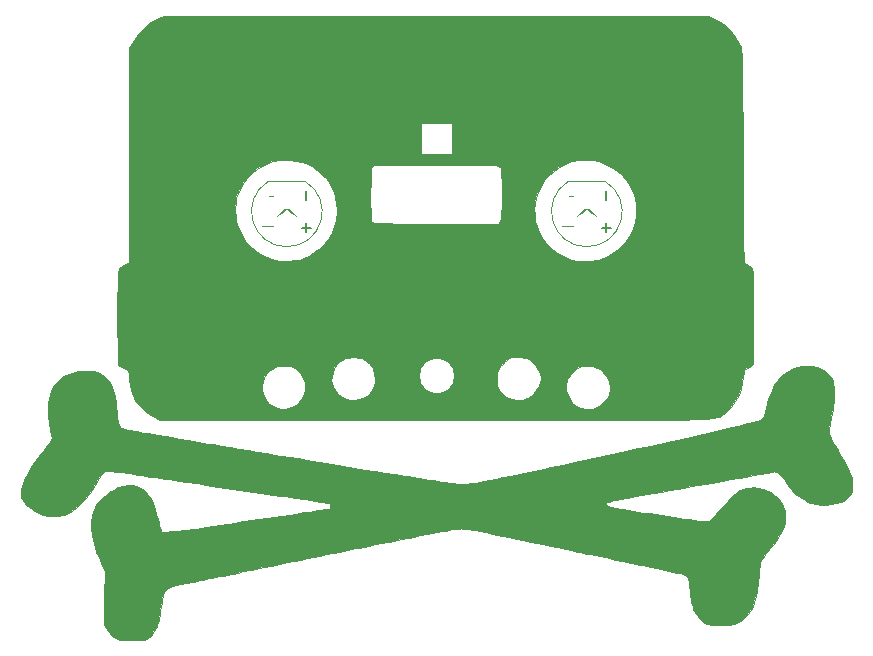
<source format=gbr>
G04 #@! TF.GenerationSoftware,KiCad,Pcbnew,(5.1.5)-3*
G04 #@! TF.CreationDate,2020-04-21T21:54:19-04:00*
G04 #@! TF.ProjectId,Tape and Crossbones 001,54617065-2061-46e6-9420-43726f737362,rev?*
G04 #@! TF.SameCoordinates,Original*
G04 #@! TF.FileFunction,Legend,Top*
G04 #@! TF.FilePolarity,Positive*
%FSLAX46Y46*%
G04 Gerber Fmt 4.6, Leading zero omitted, Abs format (unit mm)*
G04 Created by KiCad (PCBNEW (5.1.5)-3) date 2020-04-21 21:54:19*
%MOMM*%
%LPD*%
G04 APERTURE LIST*
%ADD10C,0.010000*%
%ADD11C,0.150000*%
%ADD12C,0.120000*%
%ADD13O,23.400000X7.400000*%
%ADD14C,2.900000*%
%ADD15R,2.570000X2.570000*%
%ADD16R,2.200000X2.200000*%
%ADD17C,2.200000*%
G04 APERTURE END LIST*
D10*
G36*
X104441638Y-72536552D02*
G01*
X104868659Y-72612761D01*
X105235027Y-72741040D01*
X105545202Y-72923302D01*
X105803647Y-73161461D01*
X105964014Y-73374496D01*
X106074946Y-73571325D01*
X106158254Y-73782559D01*
X106216791Y-74022743D01*
X106253411Y-74306421D01*
X106270968Y-74648139D01*
X106273343Y-74951167D01*
X106270656Y-75195640D01*
X106263928Y-75398803D01*
X106250684Y-75581996D01*
X106228453Y-75766559D01*
X106194762Y-75973830D01*
X106147138Y-76225149D01*
X106096752Y-76475167D01*
X106013086Y-76892031D01*
X105947704Y-77235322D01*
X105899336Y-77513848D01*
X105866712Y-77736414D01*
X105848560Y-77911824D01*
X105843612Y-78048886D01*
X105850595Y-78156405D01*
X105852369Y-78169045D01*
X105880936Y-78293088D01*
X105935435Y-78445251D01*
X106019701Y-78633285D01*
X106137572Y-78864941D01*
X106292883Y-79147970D01*
X106489472Y-79490123D01*
X106596315Y-79672032D01*
X106813738Y-80046871D01*
X107020966Y-80416895D01*
X107212507Y-80771446D01*
X107382869Y-81099867D01*
X107526563Y-81391503D01*
X107638095Y-81635695D01*
X107711975Y-81821788D01*
X107725676Y-81863703D01*
X107761227Y-82036280D01*
X107785085Y-82264676D01*
X107796875Y-82522589D01*
X107796221Y-82783720D01*
X107782750Y-83021769D01*
X107756086Y-83210435D01*
X107745485Y-83253380D01*
X107653138Y-83437356D01*
X107492661Y-83617615D01*
X107208640Y-83831118D01*
X106862717Y-84005798D01*
X106469233Y-84139646D01*
X106042531Y-84230650D01*
X105596952Y-84276802D01*
X105146839Y-84276089D01*
X104706533Y-84226503D01*
X104290378Y-84126034D01*
X104167108Y-84083721D01*
X103781888Y-83902552D01*
X103392732Y-83646469D01*
X103009516Y-83324087D01*
X102642115Y-82944025D01*
X102300403Y-82514899D01*
X102192956Y-82361022D01*
X102010346Y-82096016D01*
X101860926Y-81893716D01*
X101735281Y-81743665D01*
X101623997Y-81635403D01*
X101517660Y-81558471D01*
X101428670Y-81511933D01*
X101317327Y-81468924D01*
X101216043Y-81453908D01*
X101088848Y-81464255D01*
X100993264Y-81480081D01*
X100538660Y-81561866D01*
X100012638Y-81657187D01*
X99426984Y-81763892D01*
X98793480Y-81879828D01*
X98123910Y-82002845D01*
X97451334Y-82126860D01*
X97151581Y-82181860D01*
X96778848Y-82249646D01*
X96343540Y-82328354D01*
X95856068Y-82416119D01*
X95326838Y-82511077D01*
X94766258Y-82611363D01*
X94184737Y-82715113D01*
X93592682Y-82820462D01*
X93000503Y-82925546D01*
X92418605Y-83028501D01*
X92371334Y-83036851D01*
X91650290Y-83164242D01*
X91007635Y-83277924D01*
X90438363Y-83378815D01*
X89937469Y-83467831D01*
X89499948Y-83545887D01*
X89120794Y-83613902D01*
X88795002Y-83672791D01*
X88517567Y-83723471D01*
X88283483Y-83766858D01*
X88087746Y-83803868D01*
X87925348Y-83835420D01*
X87791287Y-83862428D01*
X87680555Y-83885809D01*
X87588148Y-83906480D01*
X87509060Y-83925358D01*
X87481834Y-83932157D01*
X87253496Y-83998715D01*
X87083299Y-84066981D01*
X86980401Y-84132637D01*
X86952667Y-84181774D01*
X86992564Y-84258077D01*
X87104024Y-84338948D01*
X87274701Y-84417658D01*
X87492248Y-84487480D01*
X87532911Y-84497959D01*
X87655778Y-84524304D01*
X87851954Y-84560912D01*
X88113813Y-84606634D01*
X88433728Y-84660323D01*
X88804072Y-84720833D01*
X89217218Y-84787016D01*
X89665540Y-84857725D01*
X90141411Y-84931813D01*
X90637204Y-85008133D01*
X91145292Y-85085538D01*
X91658048Y-85162880D01*
X92167846Y-85239013D01*
X92667059Y-85312788D01*
X93148059Y-85383061D01*
X93603221Y-85448682D01*
X94024918Y-85508505D01*
X94405522Y-85561383D01*
X94737407Y-85606169D01*
X95012946Y-85641715D01*
X95224513Y-85666874D01*
X95364480Y-85680500D01*
X95409558Y-85682667D01*
X95552651Y-85674151D01*
X95676807Y-85642514D01*
X95794267Y-85578621D01*
X95917275Y-85473337D01*
X96058070Y-85317528D01*
X96228896Y-85102059D01*
X96282843Y-85031028D01*
X96596758Y-84634982D01*
X96923975Y-84258611D01*
X97254657Y-83911450D01*
X97578964Y-83603036D01*
X97887057Y-83342905D01*
X98169098Y-83140594D01*
X98330569Y-83046288D01*
X98603724Y-82923955D01*
X98876192Y-82847712D01*
X99178168Y-82810811D01*
X99411334Y-82804735D01*
X99853355Y-82834466D01*
X100261032Y-82925609D01*
X100651058Y-83084038D01*
X101040125Y-83315630D01*
X101209138Y-83437547D01*
X101541046Y-83726736D01*
X101796854Y-84038387D01*
X101980135Y-84380546D01*
X102094461Y-84761261D01*
X102143403Y-85188580D01*
X102139902Y-85534500D01*
X102128584Y-85700860D01*
X102110609Y-85834385D01*
X102079087Y-85958809D01*
X102027126Y-86097864D01*
X101947836Y-86275283D01*
X101887934Y-86402334D01*
X101726803Y-86720544D01*
X101549121Y-87027714D01*
X101343934Y-87340390D01*
X101100291Y-87675117D01*
X100807238Y-88048440D01*
X100758012Y-88109197D01*
X100544513Y-88371720D01*
X100377860Y-88577793D01*
X100251845Y-88736949D01*
X100160262Y-88858722D01*
X100096903Y-88952644D01*
X100055562Y-89028249D01*
X100030030Y-89095070D01*
X100014100Y-89162641D01*
X100001566Y-89240495D01*
X99995572Y-89280178D01*
X99975644Y-89430651D01*
X99952434Y-89638554D01*
X99928774Y-89876874D01*
X99907494Y-90118594D01*
X99906756Y-90127667D01*
X99838944Y-90829436D01*
X99754325Y-91452613D01*
X99650371Y-92002059D01*
X99524553Y-92482633D01*
X99374343Y-92899199D01*
X99197213Y-93256618D01*
X98990633Y-93559749D01*
X98752076Y-93813456D01*
X98479012Y-94022598D01*
X98168914Y-94192038D01*
X97819253Y-94326636D01*
X97704642Y-94361413D01*
X97470198Y-94412121D01*
X97178528Y-94450410D01*
X96856345Y-94474959D01*
X96530359Y-94484449D01*
X96227282Y-94477561D01*
X95973823Y-94452976D01*
X95945415Y-94448324D01*
X95554728Y-94339820D01*
X95205400Y-94157589D01*
X94898048Y-93902127D01*
X94633289Y-93573926D01*
X94448525Y-93251118D01*
X94368707Y-93076661D01*
X94302283Y-92901113D01*
X94246325Y-92710947D01*
X94197902Y-92492633D01*
X94154086Y-92232645D01*
X94111946Y-91917453D01*
X94068554Y-91533529D01*
X94060916Y-91461167D01*
X94032008Y-91199581D01*
X94002551Y-90958560D01*
X93974721Y-90754114D01*
X93950696Y-90602255D01*
X93932950Y-90519912D01*
X93894893Y-90432628D01*
X93835149Y-90354544D01*
X93746425Y-90282955D01*
X93621427Y-90215151D01*
X93452862Y-90148425D01*
X93233437Y-90080070D01*
X92955857Y-90007378D01*
X92612829Y-89927641D01*
X92197061Y-89838151D01*
X91969167Y-89790866D01*
X91613463Y-89717341D01*
X91217663Y-89634905D01*
X90811449Y-89549780D01*
X90424501Y-89468189D01*
X90086501Y-89396354D01*
X90043000Y-89387050D01*
X89798374Y-89335101D01*
X89485612Y-89269353D01*
X89119544Y-89192886D01*
X88715001Y-89108784D01*
X88286815Y-89020126D01*
X87849815Y-88929993D01*
X87418833Y-88841468D01*
X87291334Y-88815358D01*
X86875164Y-88730056D01*
X86456963Y-88644075D01*
X86050015Y-88560163D01*
X85667605Y-88481071D01*
X85323018Y-88409548D01*
X85029537Y-88348342D01*
X84800447Y-88300205D01*
X84730167Y-88285299D01*
X84551248Y-88247328D01*
X84300003Y-88194191D01*
X83986966Y-88128108D01*
X83622675Y-88051300D01*
X83217664Y-87965986D01*
X82782469Y-87874385D01*
X82327626Y-87778718D01*
X81863672Y-87681204D01*
X81618667Y-87629738D01*
X81098814Y-87520450D01*
X80537826Y-87402316D01*
X79953421Y-87279080D01*
X79363317Y-87154484D01*
X78785230Y-87032272D01*
X78236879Y-86916188D01*
X77735980Y-86809974D01*
X77300667Y-86717463D01*
X76779219Y-86607257D01*
X76331490Y-86514863D01*
X75948653Y-86439260D01*
X75621880Y-86379427D01*
X75342344Y-86334342D01*
X75101219Y-86302983D01*
X74889678Y-86284331D01*
X74698892Y-86277362D01*
X74520037Y-86281056D01*
X74344284Y-86294392D01*
X74162806Y-86316348D01*
X74018578Y-86337710D01*
X73885510Y-86360313D01*
X73676796Y-86398193D01*
X73399791Y-86449903D01*
X73061849Y-86513996D01*
X72670322Y-86589027D01*
X72232566Y-86673549D01*
X71755933Y-86766116D01*
X71247778Y-86865282D01*
X70715454Y-86969601D01*
X70166314Y-87077625D01*
X69607714Y-87187909D01*
X69047005Y-87299007D01*
X68491543Y-87409473D01*
X67948681Y-87517859D01*
X67425772Y-87622720D01*
X66930171Y-87722609D01*
X66469230Y-87816081D01*
X66050305Y-87901689D01*
X65722500Y-87969317D01*
X65035076Y-88111876D01*
X64403174Y-88242791D01*
X63815117Y-88364458D01*
X63259230Y-88479275D01*
X62723837Y-88589637D01*
X62197261Y-88697941D01*
X61667828Y-88806582D01*
X61123860Y-88917958D01*
X60553682Y-89034465D01*
X59945617Y-89158498D01*
X59287991Y-89292455D01*
X58569126Y-89438732D01*
X57890834Y-89576655D01*
X57338551Y-89689008D01*
X56796045Y-89799529D01*
X56271059Y-89906630D01*
X55771335Y-90008726D01*
X55304617Y-90104230D01*
X54878647Y-90191555D01*
X54501170Y-90269115D01*
X54179926Y-90335324D01*
X53922661Y-90388594D01*
X53737115Y-90427340D01*
X53678667Y-90439702D01*
X53392485Y-90500196D01*
X53084276Y-90564582D01*
X52785291Y-90626380D01*
X52526781Y-90679106D01*
X52451000Y-90694347D01*
X51891735Y-90808409D01*
X51391924Y-90914790D01*
X50955509Y-91012543D01*
X50586434Y-91100723D01*
X50288644Y-91178383D01*
X50066081Y-91244576D01*
X49922689Y-91298356D01*
X49911000Y-91303926D01*
X49791926Y-91369198D01*
X49694239Y-91442309D01*
X49613957Y-91533296D01*
X49547100Y-91652196D01*
X49489687Y-91809045D01*
X49437736Y-92013881D01*
X49387266Y-92276740D01*
X49334296Y-92607658D01*
X49299184Y-92846333D01*
X49240993Y-93240837D01*
X49189703Y-93563922D01*
X49142299Y-93828255D01*
X49095766Y-94046502D01*
X49047089Y-94231328D01*
X48993252Y-94395398D01*
X48931239Y-94551380D01*
X48858036Y-94711938D01*
X48852060Y-94724414D01*
X48646049Y-95081220D01*
X48405339Y-95368923D01*
X48134702Y-95582009D01*
X48084247Y-95611423D01*
X47857834Y-95736834D01*
X46926500Y-95746007D01*
X46555750Y-95747397D01*
X46262593Y-95743270D01*
X46040119Y-95733346D01*
X45881416Y-95717350D01*
X45797994Y-95700627D01*
X45463700Y-95565099D01*
X45155391Y-95353936D01*
X44881255Y-95074276D01*
X44649484Y-94733261D01*
X44614397Y-94668773D01*
X44463719Y-94382167D01*
X44497264Y-92138500D01*
X44530810Y-89894834D01*
X44241153Y-89238667D01*
X44129169Y-88980787D01*
X44015473Y-88711667D01*
X43910704Y-88456975D01*
X43825506Y-88242380D01*
X43796811Y-88166873D01*
X43576291Y-87493742D01*
X43430265Y-86859718D01*
X43358719Y-86264988D01*
X43361635Y-85709740D01*
X43438996Y-85194162D01*
X43590787Y-84718441D01*
X43816991Y-84282765D01*
X44117590Y-83887322D01*
X44180813Y-83819156D01*
X44525302Y-83496809D01*
X44896737Y-83218124D01*
X45285398Y-82986408D01*
X45681565Y-82804965D01*
X46075518Y-82677100D01*
X46457536Y-82606118D01*
X46817898Y-82595324D01*
X47146884Y-82648022D01*
X47372695Y-82733941D01*
X47725530Y-82950390D01*
X48040965Y-83230913D01*
X48214751Y-83430467D01*
X48339361Y-83595453D01*
X48447835Y-83762734D01*
X48544776Y-83943936D01*
X48634789Y-84150686D01*
X48722478Y-84394610D01*
X48812445Y-84687334D01*
X48909294Y-85040484D01*
X49012523Y-85445158D01*
X49085385Y-85737304D01*
X49151352Y-86000968D01*
X49207733Y-86225459D01*
X49251835Y-86400090D01*
X49280969Y-86514172D01*
X49292443Y-86557015D01*
X49292477Y-86557076D01*
X49334078Y-86557297D01*
X49446603Y-86553843D01*
X49616416Y-86547240D01*
X49829878Y-86538013D01*
X50038000Y-86528377D01*
X50188217Y-86520515D01*
X50339736Y-86510858D01*
X50498016Y-86498676D01*
X50668511Y-86483240D01*
X50856678Y-86463820D01*
X51067974Y-86439685D01*
X51307854Y-86410106D01*
X51581776Y-86374352D01*
X51895194Y-86331694D01*
X52253567Y-86281403D01*
X52662349Y-86222747D01*
X53126997Y-86154997D01*
X53652967Y-86077424D01*
X54245716Y-85989297D01*
X54910699Y-85889886D01*
X55653374Y-85778461D01*
X55731834Y-85766674D01*
X56302402Y-85680980D01*
X56921827Y-85588011D01*
X57572508Y-85490405D01*
X58236844Y-85390800D01*
X58897236Y-85291835D01*
X59536083Y-85196146D01*
X60135785Y-85106372D01*
X60678741Y-85025150D01*
X60938834Y-84986271D01*
X61384775Y-84919575D01*
X61808749Y-84856060D01*
X62202799Y-84796925D01*
X62558970Y-84743367D01*
X62869306Y-84696587D01*
X63125850Y-84657783D01*
X63320647Y-84628153D01*
X63445742Y-84608898D01*
X63489417Y-84601919D01*
X63574809Y-84580983D01*
X63614742Y-84539936D01*
X63626401Y-84452443D01*
X63627000Y-84391071D01*
X63616345Y-84259049D01*
X63578270Y-84184413D01*
X63542914Y-84158977D01*
X63457760Y-84130754D01*
X63293341Y-84093616D01*
X63054501Y-84048370D01*
X62746083Y-83995819D01*
X62372929Y-83936770D01*
X61939882Y-83872026D01*
X61451785Y-83802392D01*
X61129334Y-83757892D01*
X60904339Y-83726604D01*
X60603899Y-83683885D01*
X60236283Y-83630961D01*
X59809760Y-83569057D01*
X59332600Y-83499400D01*
X58813074Y-83423215D01*
X58259449Y-83341728D01*
X57679997Y-83256165D01*
X57082986Y-83167751D01*
X56476687Y-83077713D01*
X55869368Y-82987276D01*
X55269300Y-82897667D01*
X54684752Y-82810110D01*
X54123993Y-82725831D01*
X53595294Y-82646058D01*
X53106924Y-82572014D01*
X52667152Y-82504927D01*
X52408667Y-82465228D01*
X52107522Y-82419426D01*
X51740972Y-82364650D01*
X51327468Y-82303601D01*
X50885462Y-82238978D01*
X50433406Y-82173482D01*
X49989753Y-82109813D01*
X49657000Y-82062535D01*
X49243343Y-82003606D01*
X48815615Y-81941844D01*
X48390475Y-81879711D01*
X47984579Y-81819669D01*
X47614585Y-81764181D01*
X47297149Y-81715707D01*
X47074667Y-81680834D01*
X46475734Y-81588604D01*
X45951027Y-81514999D01*
X45502420Y-81460239D01*
X45131789Y-81424546D01*
X44841012Y-81408144D01*
X44760249Y-81407000D01*
X44654016Y-81406674D01*
X44568988Y-81411152D01*
X44497226Y-81428616D01*
X44430794Y-81467247D01*
X44361755Y-81535228D01*
X44282172Y-81640741D01*
X44184107Y-81791969D01*
X44059623Y-81997093D01*
X43900783Y-82264296D01*
X43856809Y-82338334D01*
X43641941Y-82695492D01*
X43456530Y-82992196D01*
X43290180Y-83242688D01*
X43132496Y-83461215D01*
X42973082Y-83662020D01*
X42801541Y-83859348D01*
X42607477Y-84067445D01*
X42555228Y-84121782D01*
X42197498Y-84467881D01*
X41862618Y-84740405D01*
X41543037Y-84944795D01*
X41231205Y-85086498D01*
X41204129Y-85096063D01*
X41088222Y-85133429D01*
X40979422Y-85160139D01*
X40860173Y-85177910D01*
X40712921Y-85188458D01*
X40520112Y-85193499D01*
X40264192Y-85194749D01*
X40195500Y-85194682D01*
X39925594Y-85193353D01*
X39721933Y-85189006D01*
X39566101Y-85179622D01*
X39439683Y-85163183D01*
X39324262Y-85137669D01*
X39201423Y-85101059D01*
X39131641Y-85078022D01*
X38739590Y-84908433D01*
X38355997Y-84670522D01*
X38003970Y-84379357D01*
X37898434Y-84273910D01*
X37698972Y-84040875D01*
X37553437Y-83811035D01*
X37461915Y-83575301D01*
X37424492Y-83324586D01*
X37441254Y-83049801D01*
X37512285Y-82741859D01*
X37637673Y-82391670D01*
X37817502Y-81990148D01*
X37921957Y-81778934D01*
X38103487Y-81433062D01*
X38286256Y-81113205D01*
X38482299Y-80800797D01*
X38703655Y-80477276D01*
X38962360Y-80124078D01*
X39178752Y-79840667D01*
X39348398Y-79618870D01*
X39515823Y-79395539D01*
X39667520Y-79189006D01*
X39789980Y-79017605D01*
X39851951Y-78927018D01*
X40050311Y-78627203D01*
X39923169Y-77923283D01*
X39818927Y-77283730D01*
X39751197Y-76713605D01*
X39720787Y-76205566D01*
X39728505Y-75752271D01*
X39775161Y-75346378D01*
X39861561Y-74980545D01*
X39988515Y-74647430D01*
X40156832Y-74339691D01*
X40346853Y-74075230D01*
X40694309Y-73704255D01*
X41084823Y-73405259D01*
X41522655Y-73175486D01*
X41975956Y-73021529D01*
X42225160Y-72969900D01*
X42515625Y-72932155D01*
X42821391Y-72909685D01*
X43116494Y-72903884D01*
X43374974Y-72916145D01*
X43529783Y-72938157D01*
X43885493Y-73050353D01*
X44232613Y-73230639D01*
X44552843Y-73465367D01*
X44827885Y-73740887D01*
X45039441Y-74043550D01*
X45058202Y-74078203D01*
X45164971Y-74304985D01*
X45256992Y-74554978D01*
X45336390Y-74838337D01*
X45405291Y-75165215D01*
X45465820Y-75545768D01*
X45520103Y-75990150D01*
X45570263Y-76508516D01*
X45572698Y-76536523D01*
X45604743Y-76889796D01*
X45636412Y-77168713D01*
X45673239Y-77383381D01*
X45720755Y-77543904D01*
X45784494Y-77660387D01*
X45869988Y-77742936D01*
X45982768Y-77801656D01*
X46128368Y-77846652D01*
X46312321Y-77888030D01*
X46312667Y-77888102D01*
X46433182Y-77912689D01*
X46577645Y-77940885D01*
X46749908Y-77973350D01*
X46953818Y-78010747D01*
X47193226Y-78053734D01*
X47471981Y-78102975D01*
X47793931Y-78159129D01*
X48162928Y-78222857D01*
X48582819Y-78294821D01*
X49057456Y-78375681D01*
X49590686Y-78466099D01*
X50186359Y-78566735D01*
X50848325Y-78678250D01*
X51580434Y-78801305D01*
X52386534Y-78936561D01*
X53270475Y-79084680D01*
X53721000Y-79160113D01*
X54424899Y-79277954D01*
X55157738Y-79400657D01*
X55908869Y-79526440D01*
X56667641Y-79653517D01*
X57423406Y-79780106D01*
X58165514Y-79904422D01*
X58883315Y-80024680D01*
X59566160Y-80139098D01*
X60203400Y-80245891D01*
X60784385Y-80343274D01*
X61298465Y-80429465D01*
X61552667Y-80472095D01*
X62681646Y-80660940D01*
X63737596Y-80836474D01*
X64730819Y-81000364D01*
X65671617Y-81154278D01*
X66570293Y-81299882D01*
X67437148Y-81438842D01*
X68282486Y-81572826D01*
X69116608Y-81703500D01*
X69949816Y-81832531D01*
X70188667Y-81869254D01*
X70627489Y-81936822D01*
X71078154Y-82006586D01*
X71525796Y-82076220D01*
X71955548Y-82143396D01*
X72352542Y-82205789D01*
X72701912Y-82261073D01*
X72988791Y-82306920D01*
X73088500Y-82323035D01*
X73423144Y-82376280D01*
X73695068Y-82416184D01*
X73924844Y-82444624D01*
X74133041Y-82463472D01*
X74340229Y-82474605D01*
X74566977Y-82479896D01*
X74824167Y-82481220D01*
X75212247Y-82476642D01*
X75532465Y-82462119D01*
X75801154Y-82436621D01*
X75988334Y-82407932D01*
X76281427Y-82352731D01*
X76655121Y-82279422D01*
X77107404Y-82188432D01*
X77636262Y-82080189D01*
X78239684Y-81955122D01*
X78915658Y-81813658D01*
X79662171Y-81656226D01*
X80477211Y-81483254D01*
X81358767Y-81295170D01*
X82304825Y-81092401D01*
X83313373Y-80875376D01*
X84382401Y-80644523D01*
X85509894Y-80400270D01*
X86693841Y-80143045D01*
X87932231Y-79873277D01*
X89035836Y-79632316D01*
X89681001Y-79490841D01*
X90368774Y-79339159D01*
X91090095Y-79179315D01*
X91835902Y-79013354D01*
X92597135Y-78843321D01*
X93364731Y-78671259D01*
X94129630Y-78499213D01*
X94882771Y-78329228D01*
X95615093Y-78163349D01*
X96317535Y-78003619D01*
X96981035Y-77852083D01*
X97596532Y-77710787D01*
X98154965Y-77581773D01*
X98647274Y-77467088D01*
X98999563Y-77384154D01*
X99430130Y-77273481D01*
X99776222Y-77165443D01*
X100037988Y-77059981D01*
X100215575Y-76957035D01*
X100301371Y-76870024D01*
X100333449Y-76791930D01*
X100375888Y-76650152D01*
X100423373Y-76464206D01*
X100470583Y-76253610D01*
X100474644Y-76234081D01*
X100612881Y-75664694D01*
X100785525Y-75119310D01*
X100986408Y-74613858D01*
X101209364Y-74164267D01*
X101390177Y-73869152D01*
X101491504Y-73737379D01*
X101633854Y-73574813D01*
X101794649Y-73406541D01*
X101889838Y-73313980D01*
X102276536Y-73000088D01*
X102687255Y-72765645D01*
X103128194Y-72608233D01*
X103605551Y-72525434D01*
X103949500Y-72510499D01*
X104441638Y-72536552D01*
G37*
X104441638Y-72536552D02*
X104868659Y-72612761D01*
X105235027Y-72741040D01*
X105545202Y-72923302D01*
X105803647Y-73161461D01*
X105964014Y-73374496D01*
X106074946Y-73571325D01*
X106158254Y-73782559D01*
X106216791Y-74022743D01*
X106253411Y-74306421D01*
X106270968Y-74648139D01*
X106273343Y-74951167D01*
X106270656Y-75195640D01*
X106263928Y-75398803D01*
X106250684Y-75581996D01*
X106228453Y-75766559D01*
X106194762Y-75973830D01*
X106147138Y-76225149D01*
X106096752Y-76475167D01*
X106013086Y-76892031D01*
X105947704Y-77235322D01*
X105899336Y-77513848D01*
X105866712Y-77736414D01*
X105848560Y-77911824D01*
X105843612Y-78048886D01*
X105850595Y-78156405D01*
X105852369Y-78169045D01*
X105880936Y-78293088D01*
X105935435Y-78445251D01*
X106019701Y-78633285D01*
X106137572Y-78864941D01*
X106292883Y-79147970D01*
X106489472Y-79490123D01*
X106596315Y-79672032D01*
X106813738Y-80046871D01*
X107020966Y-80416895D01*
X107212507Y-80771446D01*
X107382869Y-81099867D01*
X107526563Y-81391503D01*
X107638095Y-81635695D01*
X107711975Y-81821788D01*
X107725676Y-81863703D01*
X107761227Y-82036280D01*
X107785085Y-82264676D01*
X107796875Y-82522589D01*
X107796221Y-82783720D01*
X107782750Y-83021769D01*
X107756086Y-83210435D01*
X107745485Y-83253380D01*
X107653138Y-83437356D01*
X107492661Y-83617615D01*
X107208640Y-83831118D01*
X106862717Y-84005798D01*
X106469233Y-84139646D01*
X106042531Y-84230650D01*
X105596952Y-84276802D01*
X105146839Y-84276089D01*
X104706533Y-84226503D01*
X104290378Y-84126034D01*
X104167108Y-84083721D01*
X103781888Y-83902552D01*
X103392732Y-83646469D01*
X103009516Y-83324087D01*
X102642115Y-82944025D01*
X102300403Y-82514899D01*
X102192956Y-82361022D01*
X102010346Y-82096016D01*
X101860926Y-81893716D01*
X101735281Y-81743665D01*
X101623997Y-81635403D01*
X101517660Y-81558471D01*
X101428670Y-81511933D01*
X101317327Y-81468924D01*
X101216043Y-81453908D01*
X101088848Y-81464255D01*
X100993264Y-81480081D01*
X100538660Y-81561866D01*
X100012638Y-81657187D01*
X99426984Y-81763892D01*
X98793480Y-81879828D01*
X98123910Y-82002845D01*
X97451334Y-82126860D01*
X97151581Y-82181860D01*
X96778848Y-82249646D01*
X96343540Y-82328354D01*
X95856068Y-82416119D01*
X95326838Y-82511077D01*
X94766258Y-82611363D01*
X94184737Y-82715113D01*
X93592682Y-82820462D01*
X93000503Y-82925546D01*
X92418605Y-83028501D01*
X92371334Y-83036851D01*
X91650290Y-83164242D01*
X91007635Y-83277924D01*
X90438363Y-83378815D01*
X89937469Y-83467831D01*
X89499948Y-83545887D01*
X89120794Y-83613902D01*
X88795002Y-83672791D01*
X88517567Y-83723471D01*
X88283483Y-83766858D01*
X88087746Y-83803868D01*
X87925348Y-83835420D01*
X87791287Y-83862428D01*
X87680555Y-83885809D01*
X87588148Y-83906480D01*
X87509060Y-83925358D01*
X87481834Y-83932157D01*
X87253496Y-83998715D01*
X87083299Y-84066981D01*
X86980401Y-84132637D01*
X86952667Y-84181774D01*
X86992564Y-84258077D01*
X87104024Y-84338948D01*
X87274701Y-84417658D01*
X87492248Y-84487480D01*
X87532911Y-84497959D01*
X87655778Y-84524304D01*
X87851954Y-84560912D01*
X88113813Y-84606634D01*
X88433728Y-84660323D01*
X88804072Y-84720833D01*
X89217218Y-84787016D01*
X89665540Y-84857725D01*
X90141411Y-84931813D01*
X90637204Y-85008133D01*
X91145292Y-85085538D01*
X91658048Y-85162880D01*
X92167846Y-85239013D01*
X92667059Y-85312788D01*
X93148059Y-85383061D01*
X93603221Y-85448682D01*
X94024918Y-85508505D01*
X94405522Y-85561383D01*
X94737407Y-85606169D01*
X95012946Y-85641715D01*
X95224513Y-85666874D01*
X95364480Y-85680500D01*
X95409558Y-85682667D01*
X95552651Y-85674151D01*
X95676807Y-85642514D01*
X95794267Y-85578621D01*
X95917275Y-85473337D01*
X96058070Y-85317528D01*
X96228896Y-85102059D01*
X96282843Y-85031028D01*
X96596758Y-84634982D01*
X96923975Y-84258611D01*
X97254657Y-83911450D01*
X97578964Y-83603036D01*
X97887057Y-83342905D01*
X98169098Y-83140594D01*
X98330569Y-83046288D01*
X98603724Y-82923955D01*
X98876192Y-82847712D01*
X99178168Y-82810811D01*
X99411334Y-82804735D01*
X99853355Y-82834466D01*
X100261032Y-82925609D01*
X100651058Y-83084038D01*
X101040125Y-83315630D01*
X101209138Y-83437547D01*
X101541046Y-83726736D01*
X101796854Y-84038387D01*
X101980135Y-84380546D01*
X102094461Y-84761261D01*
X102143403Y-85188580D01*
X102139902Y-85534500D01*
X102128584Y-85700860D01*
X102110609Y-85834385D01*
X102079087Y-85958809D01*
X102027126Y-86097864D01*
X101947836Y-86275283D01*
X101887934Y-86402334D01*
X101726803Y-86720544D01*
X101549121Y-87027714D01*
X101343934Y-87340390D01*
X101100291Y-87675117D01*
X100807238Y-88048440D01*
X100758012Y-88109197D01*
X100544513Y-88371720D01*
X100377860Y-88577793D01*
X100251845Y-88736949D01*
X100160262Y-88858722D01*
X100096903Y-88952644D01*
X100055562Y-89028249D01*
X100030030Y-89095070D01*
X100014100Y-89162641D01*
X100001566Y-89240495D01*
X99995572Y-89280178D01*
X99975644Y-89430651D01*
X99952434Y-89638554D01*
X99928774Y-89876874D01*
X99907494Y-90118594D01*
X99906756Y-90127667D01*
X99838944Y-90829436D01*
X99754325Y-91452613D01*
X99650371Y-92002059D01*
X99524553Y-92482633D01*
X99374343Y-92899199D01*
X99197213Y-93256618D01*
X98990633Y-93559749D01*
X98752076Y-93813456D01*
X98479012Y-94022598D01*
X98168914Y-94192038D01*
X97819253Y-94326636D01*
X97704642Y-94361413D01*
X97470198Y-94412121D01*
X97178528Y-94450410D01*
X96856345Y-94474959D01*
X96530359Y-94484449D01*
X96227282Y-94477561D01*
X95973823Y-94452976D01*
X95945415Y-94448324D01*
X95554728Y-94339820D01*
X95205400Y-94157589D01*
X94898048Y-93902127D01*
X94633289Y-93573926D01*
X94448525Y-93251118D01*
X94368707Y-93076661D01*
X94302283Y-92901113D01*
X94246325Y-92710947D01*
X94197902Y-92492633D01*
X94154086Y-92232645D01*
X94111946Y-91917453D01*
X94068554Y-91533529D01*
X94060916Y-91461167D01*
X94032008Y-91199581D01*
X94002551Y-90958560D01*
X93974721Y-90754114D01*
X93950696Y-90602255D01*
X93932950Y-90519912D01*
X93894893Y-90432628D01*
X93835149Y-90354544D01*
X93746425Y-90282955D01*
X93621427Y-90215151D01*
X93452862Y-90148425D01*
X93233437Y-90080070D01*
X92955857Y-90007378D01*
X92612829Y-89927641D01*
X92197061Y-89838151D01*
X91969167Y-89790866D01*
X91613463Y-89717341D01*
X91217663Y-89634905D01*
X90811449Y-89549780D01*
X90424501Y-89468189D01*
X90086501Y-89396354D01*
X90043000Y-89387050D01*
X89798374Y-89335101D01*
X89485612Y-89269353D01*
X89119544Y-89192886D01*
X88715001Y-89108784D01*
X88286815Y-89020126D01*
X87849815Y-88929993D01*
X87418833Y-88841468D01*
X87291334Y-88815358D01*
X86875164Y-88730056D01*
X86456963Y-88644075D01*
X86050015Y-88560163D01*
X85667605Y-88481071D01*
X85323018Y-88409548D01*
X85029537Y-88348342D01*
X84800447Y-88300205D01*
X84730167Y-88285299D01*
X84551248Y-88247328D01*
X84300003Y-88194191D01*
X83986966Y-88128108D01*
X83622675Y-88051300D01*
X83217664Y-87965986D01*
X82782469Y-87874385D01*
X82327626Y-87778718D01*
X81863672Y-87681204D01*
X81618667Y-87629738D01*
X81098814Y-87520450D01*
X80537826Y-87402316D01*
X79953421Y-87279080D01*
X79363317Y-87154484D01*
X78785230Y-87032272D01*
X78236879Y-86916188D01*
X77735980Y-86809974D01*
X77300667Y-86717463D01*
X76779219Y-86607257D01*
X76331490Y-86514863D01*
X75948653Y-86439260D01*
X75621880Y-86379427D01*
X75342344Y-86334342D01*
X75101219Y-86302983D01*
X74889678Y-86284331D01*
X74698892Y-86277362D01*
X74520037Y-86281056D01*
X74344284Y-86294392D01*
X74162806Y-86316348D01*
X74018578Y-86337710D01*
X73885510Y-86360313D01*
X73676796Y-86398193D01*
X73399791Y-86449903D01*
X73061849Y-86513996D01*
X72670322Y-86589027D01*
X72232566Y-86673549D01*
X71755933Y-86766116D01*
X71247778Y-86865282D01*
X70715454Y-86969601D01*
X70166314Y-87077625D01*
X69607714Y-87187909D01*
X69047005Y-87299007D01*
X68491543Y-87409473D01*
X67948681Y-87517859D01*
X67425772Y-87622720D01*
X66930171Y-87722609D01*
X66469230Y-87816081D01*
X66050305Y-87901689D01*
X65722500Y-87969317D01*
X65035076Y-88111876D01*
X64403174Y-88242791D01*
X63815117Y-88364458D01*
X63259230Y-88479275D01*
X62723837Y-88589637D01*
X62197261Y-88697941D01*
X61667828Y-88806582D01*
X61123860Y-88917958D01*
X60553682Y-89034465D01*
X59945617Y-89158498D01*
X59287991Y-89292455D01*
X58569126Y-89438732D01*
X57890834Y-89576655D01*
X57338551Y-89689008D01*
X56796045Y-89799529D01*
X56271059Y-89906630D01*
X55771335Y-90008726D01*
X55304617Y-90104230D01*
X54878647Y-90191555D01*
X54501170Y-90269115D01*
X54179926Y-90335324D01*
X53922661Y-90388594D01*
X53737115Y-90427340D01*
X53678667Y-90439702D01*
X53392485Y-90500196D01*
X53084276Y-90564582D01*
X52785291Y-90626380D01*
X52526781Y-90679106D01*
X52451000Y-90694347D01*
X51891735Y-90808409D01*
X51391924Y-90914790D01*
X50955509Y-91012543D01*
X50586434Y-91100723D01*
X50288644Y-91178383D01*
X50066081Y-91244576D01*
X49922689Y-91298356D01*
X49911000Y-91303926D01*
X49791926Y-91369198D01*
X49694239Y-91442309D01*
X49613957Y-91533296D01*
X49547100Y-91652196D01*
X49489687Y-91809045D01*
X49437736Y-92013881D01*
X49387266Y-92276740D01*
X49334296Y-92607658D01*
X49299184Y-92846333D01*
X49240993Y-93240837D01*
X49189703Y-93563922D01*
X49142299Y-93828255D01*
X49095766Y-94046502D01*
X49047089Y-94231328D01*
X48993252Y-94395398D01*
X48931239Y-94551380D01*
X48858036Y-94711938D01*
X48852060Y-94724414D01*
X48646049Y-95081220D01*
X48405339Y-95368923D01*
X48134702Y-95582009D01*
X48084247Y-95611423D01*
X47857834Y-95736834D01*
X46926500Y-95746007D01*
X46555750Y-95747397D01*
X46262593Y-95743270D01*
X46040119Y-95733346D01*
X45881416Y-95717350D01*
X45797994Y-95700627D01*
X45463700Y-95565099D01*
X45155391Y-95353936D01*
X44881255Y-95074276D01*
X44649484Y-94733261D01*
X44614397Y-94668773D01*
X44463719Y-94382167D01*
X44497264Y-92138500D01*
X44530810Y-89894834D01*
X44241153Y-89238667D01*
X44129169Y-88980787D01*
X44015473Y-88711667D01*
X43910704Y-88456975D01*
X43825506Y-88242380D01*
X43796811Y-88166873D01*
X43576291Y-87493742D01*
X43430265Y-86859718D01*
X43358719Y-86264988D01*
X43361635Y-85709740D01*
X43438996Y-85194162D01*
X43590787Y-84718441D01*
X43816991Y-84282765D01*
X44117590Y-83887322D01*
X44180813Y-83819156D01*
X44525302Y-83496809D01*
X44896737Y-83218124D01*
X45285398Y-82986408D01*
X45681565Y-82804965D01*
X46075518Y-82677100D01*
X46457536Y-82606118D01*
X46817898Y-82595324D01*
X47146884Y-82648022D01*
X47372695Y-82733941D01*
X47725530Y-82950390D01*
X48040965Y-83230913D01*
X48214751Y-83430467D01*
X48339361Y-83595453D01*
X48447835Y-83762734D01*
X48544776Y-83943936D01*
X48634789Y-84150686D01*
X48722478Y-84394610D01*
X48812445Y-84687334D01*
X48909294Y-85040484D01*
X49012523Y-85445158D01*
X49085385Y-85737304D01*
X49151352Y-86000968D01*
X49207733Y-86225459D01*
X49251835Y-86400090D01*
X49280969Y-86514172D01*
X49292443Y-86557015D01*
X49292477Y-86557076D01*
X49334078Y-86557297D01*
X49446603Y-86553843D01*
X49616416Y-86547240D01*
X49829878Y-86538013D01*
X50038000Y-86528377D01*
X50188217Y-86520515D01*
X50339736Y-86510858D01*
X50498016Y-86498676D01*
X50668511Y-86483240D01*
X50856678Y-86463820D01*
X51067974Y-86439685D01*
X51307854Y-86410106D01*
X51581776Y-86374352D01*
X51895194Y-86331694D01*
X52253567Y-86281403D01*
X52662349Y-86222747D01*
X53126997Y-86154997D01*
X53652967Y-86077424D01*
X54245716Y-85989297D01*
X54910699Y-85889886D01*
X55653374Y-85778461D01*
X55731834Y-85766674D01*
X56302402Y-85680980D01*
X56921827Y-85588011D01*
X57572508Y-85490405D01*
X58236844Y-85390800D01*
X58897236Y-85291835D01*
X59536083Y-85196146D01*
X60135785Y-85106372D01*
X60678741Y-85025150D01*
X60938834Y-84986271D01*
X61384775Y-84919575D01*
X61808749Y-84856060D01*
X62202799Y-84796925D01*
X62558970Y-84743367D01*
X62869306Y-84696587D01*
X63125850Y-84657783D01*
X63320647Y-84628153D01*
X63445742Y-84608898D01*
X63489417Y-84601919D01*
X63574809Y-84580983D01*
X63614742Y-84539936D01*
X63626401Y-84452443D01*
X63627000Y-84391071D01*
X63616345Y-84259049D01*
X63578270Y-84184413D01*
X63542914Y-84158977D01*
X63457760Y-84130754D01*
X63293341Y-84093616D01*
X63054501Y-84048370D01*
X62746083Y-83995819D01*
X62372929Y-83936770D01*
X61939882Y-83872026D01*
X61451785Y-83802392D01*
X61129334Y-83757892D01*
X60904339Y-83726604D01*
X60603899Y-83683885D01*
X60236283Y-83630961D01*
X59809760Y-83569057D01*
X59332600Y-83499400D01*
X58813074Y-83423215D01*
X58259449Y-83341728D01*
X57679997Y-83256165D01*
X57082986Y-83167751D01*
X56476687Y-83077713D01*
X55869368Y-82987276D01*
X55269300Y-82897667D01*
X54684752Y-82810110D01*
X54123993Y-82725831D01*
X53595294Y-82646058D01*
X53106924Y-82572014D01*
X52667152Y-82504927D01*
X52408667Y-82465228D01*
X52107522Y-82419426D01*
X51740972Y-82364650D01*
X51327468Y-82303601D01*
X50885462Y-82238978D01*
X50433406Y-82173482D01*
X49989753Y-82109813D01*
X49657000Y-82062535D01*
X49243343Y-82003606D01*
X48815615Y-81941844D01*
X48390475Y-81879711D01*
X47984579Y-81819669D01*
X47614585Y-81764181D01*
X47297149Y-81715707D01*
X47074667Y-81680834D01*
X46475734Y-81588604D01*
X45951027Y-81514999D01*
X45502420Y-81460239D01*
X45131789Y-81424546D01*
X44841012Y-81408144D01*
X44760249Y-81407000D01*
X44654016Y-81406674D01*
X44568988Y-81411152D01*
X44497226Y-81428616D01*
X44430794Y-81467247D01*
X44361755Y-81535228D01*
X44282172Y-81640741D01*
X44184107Y-81791969D01*
X44059623Y-81997093D01*
X43900783Y-82264296D01*
X43856809Y-82338334D01*
X43641941Y-82695492D01*
X43456530Y-82992196D01*
X43290180Y-83242688D01*
X43132496Y-83461215D01*
X42973082Y-83662020D01*
X42801541Y-83859348D01*
X42607477Y-84067445D01*
X42555228Y-84121782D01*
X42197498Y-84467881D01*
X41862618Y-84740405D01*
X41543037Y-84944795D01*
X41231205Y-85086498D01*
X41204129Y-85096063D01*
X41088222Y-85133429D01*
X40979422Y-85160139D01*
X40860173Y-85177910D01*
X40712921Y-85188458D01*
X40520112Y-85193499D01*
X40264192Y-85194749D01*
X40195500Y-85194682D01*
X39925594Y-85193353D01*
X39721933Y-85189006D01*
X39566101Y-85179622D01*
X39439683Y-85163183D01*
X39324262Y-85137669D01*
X39201423Y-85101059D01*
X39131641Y-85078022D01*
X38739590Y-84908433D01*
X38355997Y-84670522D01*
X38003970Y-84379357D01*
X37898434Y-84273910D01*
X37698972Y-84040875D01*
X37553437Y-83811035D01*
X37461915Y-83575301D01*
X37424492Y-83324586D01*
X37441254Y-83049801D01*
X37512285Y-82741859D01*
X37637673Y-82391670D01*
X37817502Y-81990148D01*
X37921957Y-81778934D01*
X38103487Y-81433062D01*
X38286256Y-81113205D01*
X38482299Y-80800797D01*
X38703655Y-80477276D01*
X38962360Y-80124078D01*
X39178752Y-79840667D01*
X39348398Y-79618870D01*
X39515823Y-79395539D01*
X39667520Y-79189006D01*
X39789980Y-79017605D01*
X39851951Y-78927018D01*
X40050311Y-78627203D01*
X39923169Y-77923283D01*
X39818927Y-77283730D01*
X39751197Y-76713605D01*
X39720787Y-76205566D01*
X39728505Y-75752271D01*
X39775161Y-75346378D01*
X39861561Y-74980545D01*
X39988515Y-74647430D01*
X40156832Y-74339691D01*
X40346853Y-74075230D01*
X40694309Y-73704255D01*
X41084823Y-73405259D01*
X41522655Y-73175486D01*
X41975956Y-73021529D01*
X42225160Y-72969900D01*
X42515625Y-72932155D01*
X42821391Y-72909685D01*
X43116494Y-72903884D01*
X43374974Y-72916145D01*
X43529783Y-72938157D01*
X43885493Y-73050353D01*
X44232613Y-73230639D01*
X44552843Y-73465367D01*
X44827885Y-73740887D01*
X45039441Y-74043550D01*
X45058202Y-74078203D01*
X45164971Y-74304985D01*
X45256992Y-74554978D01*
X45336390Y-74838337D01*
X45405291Y-75165215D01*
X45465820Y-75545768D01*
X45520103Y-75990150D01*
X45570263Y-76508516D01*
X45572698Y-76536523D01*
X45604743Y-76889796D01*
X45636412Y-77168713D01*
X45673239Y-77383381D01*
X45720755Y-77543904D01*
X45784494Y-77660387D01*
X45869988Y-77742936D01*
X45982768Y-77801656D01*
X46128368Y-77846652D01*
X46312321Y-77888030D01*
X46312667Y-77888102D01*
X46433182Y-77912689D01*
X46577645Y-77940885D01*
X46749908Y-77973350D01*
X46953818Y-78010747D01*
X47193226Y-78053734D01*
X47471981Y-78102975D01*
X47793931Y-78159129D01*
X48162928Y-78222857D01*
X48582819Y-78294821D01*
X49057456Y-78375681D01*
X49590686Y-78466099D01*
X50186359Y-78566735D01*
X50848325Y-78678250D01*
X51580434Y-78801305D01*
X52386534Y-78936561D01*
X53270475Y-79084680D01*
X53721000Y-79160113D01*
X54424899Y-79277954D01*
X55157738Y-79400657D01*
X55908869Y-79526440D01*
X56667641Y-79653517D01*
X57423406Y-79780106D01*
X58165514Y-79904422D01*
X58883315Y-80024680D01*
X59566160Y-80139098D01*
X60203400Y-80245891D01*
X60784385Y-80343274D01*
X61298465Y-80429465D01*
X61552667Y-80472095D01*
X62681646Y-80660940D01*
X63737596Y-80836474D01*
X64730819Y-81000364D01*
X65671617Y-81154278D01*
X66570293Y-81299882D01*
X67437148Y-81438842D01*
X68282486Y-81572826D01*
X69116608Y-81703500D01*
X69949816Y-81832531D01*
X70188667Y-81869254D01*
X70627489Y-81936822D01*
X71078154Y-82006586D01*
X71525796Y-82076220D01*
X71955548Y-82143396D01*
X72352542Y-82205789D01*
X72701912Y-82261073D01*
X72988791Y-82306920D01*
X73088500Y-82323035D01*
X73423144Y-82376280D01*
X73695068Y-82416184D01*
X73924844Y-82444624D01*
X74133041Y-82463472D01*
X74340229Y-82474605D01*
X74566977Y-82479896D01*
X74824167Y-82481220D01*
X75212247Y-82476642D01*
X75532465Y-82462119D01*
X75801154Y-82436621D01*
X75988334Y-82407932D01*
X76281427Y-82352731D01*
X76655121Y-82279422D01*
X77107404Y-82188432D01*
X77636262Y-82080189D01*
X78239684Y-81955122D01*
X78915658Y-81813658D01*
X79662171Y-81656226D01*
X80477211Y-81483254D01*
X81358767Y-81295170D01*
X82304825Y-81092401D01*
X83313373Y-80875376D01*
X84382401Y-80644523D01*
X85509894Y-80400270D01*
X86693841Y-80143045D01*
X87932231Y-79873277D01*
X89035836Y-79632316D01*
X89681001Y-79490841D01*
X90368774Y-79339159D01*
X91090095Y-79179315D01*
X91835902Y-79013354D01*
X92597135Y-78843321D01*
X93364731Y-78671259D01*
X94129630Y-78499213D01*
X94882771Y-78329228D01*
X95615093Y-78163349D01*
X96317535Y-78003619D01*
X96981035Y-77852083D01*
X97596532Y-77710787D01*
X98154965Y-77581773D01*
X98647274Y-77467088D01*
X98999563Y-77384154D01*
X99430130Y-77273481D01*
X99776222Y-77165443D01*
X100037988Y-77059981D01*
X100215575Y-76957035D01*
X100301371Y-76870024D01*
X100333449Y-76791930D01*
X100375888Y-76650152D01*
X100423373Y-76464206D01*
X100470583Y-76253610D01*
X100474644Y-76234081D01*
X100612881Y-75664694D01*
X100785525Y-75119310D01*
X100986408Y-74613858D01*
X101209364Y-74164267D01*
X101390177Y-73869152D01*
X101491504Y-73737379D01*
X101633854Y-73574813D01*
X101794649Y-73406541D01*
X101889838Y-73313980D01*
X102276536Y-73000088D01*
X102687255Y-72765645D01*
X103128194Y-72608233D01*
X103605551Y-72525434D01*
X103949500Y-72510499D01*
X104441638Y-72536552D01*
G36*
X96063611Y-43099566D02*
G01*
X96436369Y-43295681D01*
X96746825Y-43481774D01*
X97014125Y-43670957D01*
X97257414Y-43876337D01*
X97405399Y-44018365D01*
X97793919Y-44456949D01*
X98099480Y-44911639D01*
X98322308Y-45382786D01*
X98359737Y-45487167D01*
X98396038Y-45640312D01*
X98428372Y-45870434D01*
X98455810Y-46169899D01*
X98470536Y-46397334D01*
X98474784Y-46511857D01*
X98479330Y-46706423D01*
X98484133Y-46976408D01*
X98489151Y-47317188D01*
X98494340Y-47724139D01*
X98499659Y-48192639D01*
X98505065Y-48718063D01*
X98510517Y-49295788D01*
X98515971Y-49921190D01*
X98521387Y-50589646D01*
X98526720Y-51296532D01*
X98531930Y-52037224D01*
X98536974Y-52807099D01*
X98541810Y-53601534D01*
X98546395Y-54415904D01*
X98549839Y-55075667D01*
X98554119Y-55896952D01*
X98558578Y-56698735D01*
X98563178Y-57476632D01*
X98567884Y-58226264D01*
X98572659Y-58943247D01*
X98577468Y-59623200D01*
X98582273Y-60261742D01*
X98587038Y-60854491D01*
X98591727Y-61397065D01*
X98596304Y-61885083D01*
X98600732Y-62314162D01*
X98604975Y-62679921D01*
X98608997Y-62977979D01*
X98612761Y-63203953D01*
X98616232Y-63353463D01*
X98618988Y-63417987D01*
X98647938Y-63780473D01*
X98877590Y-63900712D01*
X99079341Y-64014650D01*
X99215767Y-64118620D01*
X99301138Y-64231520D01*
X99349722Y-64372249D01*
X99375789Y-64559704D01*
X99375873Y-64560636D01*
X99380199Y-64649923D01*
X99384501Y-64817150D01*
X99388718Y-65055592D01*
X99392791Y-65358522D01*
X99396659Y-65719213D01*
X99400263Y-66130941D01*
X99403542Y-66586977D01*
X99406437Y-67080597D01*
X99408888Y-67605075D01*
X99410835Y-68153683D01*
X99412011Y-68615739D01*
X99419834Y-72355645D01*
X99300819Y-72450568D01*
X99202253Y-72516989D01*
X99057608Y-72600368D01*
X98897962Y-72682804D01*
X98895863Y-72683820D01*
X98609922Y-72822149D01*
X98539185Y-73505658D01*
X98508841Y-73765120D01*
X98472778Y-74020734D01*
X98434708Y-74249141D01*
X98398346Y-74426983D01*
X98383621Y-74483979D01*
X98190469Y-75004376D01*
X97918895Y-75494784D01*
X97568296Y-75956143D01*
X97201878Y-76331540D01*
X97031253Y-76482289D01*
X96868063Y-76608917D01*
X96702853Y-76713769D01*
X96526163Y-76799188D01*
X96328536Y-76867518D01*
X96100513Y-76921104D01*
X95832638Y-76962289D01*
X95515452Y-76993418D01*
X95139497Y-77016834D01*
X94695315Y-77034882D01*
X94318667Y-77046119D01*
X94174091Y-77048875D01*
X93948172Y-77051615D01*
X93644236Y-77054334D01*
X93265608Y-77057028D01*
X92815611Y-77059694D01*
X92297570Y-77062327D01*
X91714811Y-77064925D01*
X91070656Y-77067482D01*
X90368432Y-77069996D01*
X89611463Y-77072461D01*
X88803073Y-77074876D01*
X87946587Y-77077235D01*
X87045330Y-77079535D01*
X86102625Y-77081772D01*
X85121799Y-77083942D01*
X84106174Y-77086042D01*
X83059077Y-77088067D01*
X81983831Y-77090014D01*
X80883762Y-77091878D01*
X79762193Y-77093657D01*
X78622449Y-77095346D01*
X77467855Y-77096941D01*
X76301736Y-77098439D01*
X75127416Y-77099835D01*
X73948219Y-77101126D01*
X72767471Y-77102308D01*
X71588496Y-77103378D01*
X70414619Y-77104331D01*
X69249163Y-77105163D01*
X68095454Y-77105871D01*
X66956817Y-77106450D01*
X65836575Y-77106898D01*
X64738054Y-77107210D01*
X63664578Y-77107382D01*
X62619472Y-77107410D01*
X61606060Y-77107292D01*
X60627667Y-77107022D01*
X59687618Y-77106597D01*
X58789237Y-77106013D01*
X57935848Y-77105267D01*
X57130777Y-77104354D01*
X56377347Y-77103270D01*
X55678884Y-77102013D01*
X55038713Y-77100577D01*
X54460157Y-77098960D01*
X53946541Y-77097157D01*
X53501190Y-77095164D01*
X53213000Y-77093537D01*
X49127834Y-77067834D01*
X48746834Y-76860965D01*
X48310933Y-76608347D01*
X47947537Y-76360381D01*
X47645784Y-76106926D01*
X47394814Y-75837840D01*
X47183768Y-75542980D01*
X47019140Y-75247500D01*
X46823102Y-74772389D01*
X46674933Y-74230505D01*
X46660816Y-74144927D01*
X57821820Y-74144927D01*
X57827828Y-74513521D01*
X57912276Y-74883646D01*
X57991555Y-75080524D01*
X58195358Y-75423504D01*
X58452963Y-75705728D01*
X58755795Y-75922879D01*
X59095276Y-76070638D01*
X59462829Y-76144686D01*
X59849878Y-76140706D01*
X60037166Y-76110425D01*
X60402445Y-75991961D01*
X60728858Y-75803035D01*
X61008601Y-75551951D01*
X61233866Y-75247011D01*
X61396849Y-74896519D01*
X61479322Y-74576440D01*
X61498930Y-74220535D01*
X61442301Y-73864048D01*
X61380134Y-73694253D01*
X63722808Y-73694253D01*
X63770873Y-73984426D01*
X63890411Y-74309139D01*
X64065600Y-74617135D01*
X64281988Y-74888313D01*
X64525126Y-75102570D01*
X64617912Y-75162773D01*
X64925069Y-75297418D01*
X65278771Y-75373710D01*
X65662162Y-75389410D01*
X66021642Y-75349334D01*
X66379960Y-75244025D01*
X66689849Y-75072789D01*
X66947421Y-74841700D01*
X67148794Y-74556833D01*
X67290080Y-74224261D01*
X67367396Y-73850058D01*
X67373250Y-73596500D01*
X77724827Y-73596500D01*
X77726309Y-73830283D01*
X77732573Y-73999605D01*
X77746343Y-74124648D01*
X77770347Y-74225592D01*
X77807310Y-74322618D01*
X77829542Y-74371765D01*
X77950165Y-74570187D01*
X78124234Y-74779878D01*
X78328176Y-74976941D01*
X78538420Y-75137481D01*
X78647981Y-75201441D01*
X79028767Y-75353251D01*
X79406653Y-75422075D01*
X79778511Y-75407499D01*
X79945020Y-75373107D01*
X80126666Y-75314981D01*
X80313904Y-75238627D01*
X80401348Y-75195449D01*
X80630052Y-75036001D01*
X80853747Y-74817397D01*
X81059011Y-74559035D01*
X81232425Y-74280311D01*
X81256945Y-74226792D01*
X83546584Y-74226792D01*
X83556029Y-74351076D01*
X83586305Y-74519066D01*
X83591421Y-74544167D01*
X83713455Y-74965445D01*
X83893741Y-75327830D01*
X84130482Y-75629241D01*
X84421880Y-75867597D01*
X84766137Y-76040818D01*
X84931279Y-76095128D01*
X85184730Y-76139869D01*
X85472769Y-76148092D01*
X85764539Y-76122028D01*
X86029186Y-76063908D01*
X86183273Y-76004616D01*
X86369885Y-75888576D01*
X86577465Y-75719779D01*
X86784985Y-75518985D01*
X86971417Y-75306953D01*
X87115732Y-75104442D01*
X87143167Y-75057000D01*
X87199506Y-74948136D01*
X87236169Y-74853915D01*
X87257354Y-74751235D01*
X87267258Y-74616993D01*
X87270076Y-74428085D01*
X87270167Y-74357832D01*
X87268676Y-74148267D01*
X87261047Y-73998321D01*
X87242549Y-73882960D01*
X87208449Y-73777146D01*
X87154013Y-73655846D01*
X87126992Y-73600446D01*
X87002315Y-73391790D01*
X86834455Y-73172550D01*
X86642871Y-72963698D01*
X86447018Y-72786202D01*
X86266353Y-72661034D01*
X86244754Y-72649576D01*
X86070894Y-72584770D01*
X85842322Y-72532115D01*
X85588645Y-72496106D01*
X85339471Y-72481235D01*
X85172018Y-72486774D01*
X84931230Y-72534258D01*
X84692005Y-72637937D01*
X84442144Y-72804608D01*
X84169450Y-73041072D01*
X84158056Y-73051924D01*
X83957250Y-73256172D01*
X83812055Y-73438855D01*
X83707203Y-73624715D01*
X83627422Y-73838492D01*
X83589800Y-73972667D01*
X83557873Y-74112045D01*
X83546584Y-74226792D01*
X81256945Y-74226792D01*
X81360569Y-74000621D01*
X81430023Y-73739361D01*
X81434652Y-73701961D01*
X81423599Y-73439495D01*
X81344778Y-73148461D01*
X81204076Y-72842041D01*
X81007380Y-72533421D01*
X80798115Y-72276509D01*
X80608247Y-72086950D01*
X80425603Y-71956155D01*
X80223277Y-71870459D01*
X79974363Y-71816197D01*
X79861834Y-71800960D01*
X79505941Y-71767470D01*
X79214080Y-71764864D01*
X78969623Y-71798289D01*
X78755940Y-71872895D01*
X78556404Y-71993829D01*
X78354386Y-72166241D01*
X78210088Y-72312353D01*
X78028074Y-72515310D01*
X77897465Y-72692484D01*
X77810049Y-72865605D01*
X77757615Y-73056406D01*
X77731950Y-73286616D01*
X77724843Y-73577968D01*
X77724827Y-73596500D01*
X67373250Y-73596500D01*
X67376857Y-73440300D01*
X67359483Y-73257676D01*
X67325407Y-73060715D01*
X67278367Y-72874249D01*
X67227332Y-72733121D01*
X67221247Y-72720657D01*
X67109345Y-72550042D01*
X66946280Y-72361188D01*
X66755224Y-72176388D01*
X66559348Y-72017936D01*
X66381822Y-71908124D01*
X66371758Y-71903335D01*
X66271819Y-71860170D01*
X66177484Y-71830656D01*
X66069314Y-71812225D01*
X65927869Y-71802311D01*
X65733708Y-71798347D01*
X65572062Y-71797747D01*
X65336215Y-71798698D01*
X65165907Y-71803711D01*
X65042020Y-71815430D01*
X64945439Y-71836498D01*
X64857047Y-71869559D01*
X64776703Y-71907755D01*
X64458286Y-72109056D01*
X64189222Y-72364945D01*
X63975327Y-72663416D01*
X63822416Y-72992462D01*
X63736305Y-73340076D01*
X63722808Y-73694253D01*
X61380134Y-73694253D01*
X61316631Y-73520812D01*
X61129112Y-73204660D01*
X60886940Y-72929426D01*
X60597308Y-72708941D01*
X60472511Y-72640519D01*
X60361736Y-72587293D01*
X60270930Y-72551181D01*
X60180262Y-72529424D01*
X60069902Y-72519260D01*
X59920022Y-72517931D01*
X59710789Y-72522674D01*
X59640294Y-72524674D01*
X59405162Y-72532714D01*
X59235045Y-72543370D01*
X59110292Y-72559971D01*
X59011255Y-72585845D01*
X58918284Y-72624323D01*
X58850098Y-72658553D01*
X58514597Y-72876507D01*
X58240640Y-73143654D01*
X58031605Y-73450461D01*
X57890872Y-73787397D01*
X57821820Y-74144927D01*
X46660816Y-74144927D01*
X46574286Y-73620402D01*
X46539971Y-73267326D01*
X46511675Y-72895819D01*
X46080367Y-72664468D01*
X45649060Y-72433117D01*
X45621030Y-70965308D01*
X45611814Y-70415097D01*
X45604615Y-69842766D01*
X45599407Y-69258128D01*
X45596165Y-68670994D01*
X45594864Y-68091178D01*
X45595476Y-67528492D01*
X45597977Y-66992747D01*
X45602341Y-66493757D01*
X45608542Y-66041335D01*
X45616554Y-65645292D01*
X45626352Y-65315440D01*
X45636442Y-65087500D01*
X45653793Y-64787807D01*
X45672716Y-64559729D01*
X45699463Y-64390346D01*
X45740283Y-64266737D01*
X45801429Y-64175980D01*
X45889151Y-64105155D01*
X46009700Y-64041339D01*
X46169328Y-63971612D01*
X46178080Y-63967895D01*
X46336442Y-63894956D01*
X46464103Y-63825578D01*
X46540945Y-63771121D01*
X46552868Y-63756228D01*
X46555940Y-63708154D01*
X46559075Y-63579329D01*
X46562254Y-63373673D01*
X46565455Y-63095101D01*
X46568660Y-62747531D01*
X46571847Y-62334881D01*
X46574996Y-61861066D01*
X46578087Y-61330005D01*
X46581100Y-60745614D01*
X46584015Y-60111810D01*
X46586811Y-59432512D01*
X46588146Y-59070121D01*
X55590637Y-59070121D01*
X55593145Y-59415659D01*
X55595219Y-59499500D01*
X55604060Y-59777463D01*
X55615069Y-59990133D01*
X55630676Y-60156886D01*
X55653308Y-60297095D01*
X55685394Y-60430135D01*
X55729362Y-60575380D01*
X55730526Y-60579000D01*
X55938262Y-61121021D01*
X56196724Y-61606068D01*
X56512450Y-62042077D01*
X56891978Y-62436986D01*
X57341847Y-62798732D01*
X57806412Y-63099062D01*
X58238869Y-63329085D01*
X58637740Y-63490991D01*
X58997900Y-63582711D01*
X59009584Y-63584599D01*
X59177942Y-63601933D01*
X59403423Y-63611907D01*
X59668262Y-63615061D01*
X59954693Y-63611933D01*
X60244951Y-63603062D01*
X60521271Y-63588989D01*
X60765888Y-63570251D01*
X60961036Y-63547389D01*
X61087000Y-63521553D01*
X61422828Y-63391454D01*
X61788745Y-63204647D01*
X62166012Y-62973590D01*
X62535888Y-62710742D01*
X62879634Y-62428563D01*
X63178511Y-62139509D01*
X63199067Y-62117389D01*
X63522416Y-61704555D01*
X63783191Y-61237940D01*
X63979577Y-60722729D01*
X64109758Y-60164104D01*
X64171919Y-59567252D01*
X64177334Y-59323706D01*
X64139615Y-58712070D01*
X64052285Y-58270310D01*
X67023454Y-58270310D01*
X67024320Y-58624035D01*
X67027504Y-58951987D01*
X67033149Y-59243122D01*
X67041397Y-59486395D01*
X67047076Y-59595514D01*
X67064929Y-59843079D01*
X67085477Y-60055760D01*
X67107004Y-60219439D01*
X67127798Y-60319997D01*
X67137776Y-60342683D01*
X67193621Y-60371498D01*
X67313356Y-60395305D01*
X67504111Y-60415137D01*
X67745575Y-60430606D01*
X67869348Y-60435207D01*
X68071571Y-60440282D01*
X68346032Y-60445762D01*
X68686515Y-60451579D01*
X69086807Y-60457665D01*
X69540694Y-60463950D01*
X70041962Y-60470367D01*
X70584396Y-60476847D01*
X71161783Y-60483322D01*
X71767909Y-60489722D01*
X72396559Y-60495980D01*
X73041520Y-60502027D01*
X73696578Y-60507795D01*
X74355517Y-60513215D01*
X75012126Y-60518218D01*
X75660189Y-60522737D01*
X76293492Y-60526702D01*
X76644500Y-60528683D01*
X77787500Y-60534859D01*
X77897949Y-60377013D01*
X77949215Y-60302271D01*
X77992164Y-60231867D01*
X78027527Y-60157861D01*
X78056037Y-60072313D01*
X78078425Y-59967284D01*
X78095422Y-59834834D01*
X78107761Y-59667023D01*
X78116173Y-59455912D01*
X78121003Y-59213007D01*
X80903706Y-59213007D01*
X80919515Y-59720476D01*
X80984064Y-60218243D01*
X81096542Y-60680588D01*
X81097557Y-60683832D01*
X81300291Y-61193088D01*
X81578451Y-61679050D01*
X81924123Y-62133337D01*
X82329390Y-62547568D01*
X82786337Y-62913362D01*
X83287048Y-63222339D01*
X83666008Y-63403145D01*
X83841180Y-63472957D01*
X84003621Y-63526273D01*
X84168417Y-63564964D01*
X84350657Y-63590900D01*
X84565427Y-63605952D01*
X84827816Y-63611990D01*
X85152910Y-63610885D01*
X85322834Y-63608569D01*
X85625256Y-63602796D01*
X85858562Y-63595206D01*
X86038301Y-63584329D01*
X86180024Y-63568695D01*
X86299281Y-63546834D01*
X86411621Y-63517276D01*
X86465834Y-63500505D01*
X86941147Y-63309356D01*
X87414965Y-63043524D01*
X87873063Y-62712030D01*
X88266422Y-62358781D01*
X88668869Y-61909366D01*
X88990824Y-61438298D01*
X89235035Y-60939392D01*
X89404252Y-60406461D01*
X89501225Y-59833322D01*
X89523433Y-59530786D01*
X89511708Y-58919330D01*
X89421479Y-58339087D01*
X89253571Y-57791687D01*
X89008810Y-57278760D01*
X88688021Y-56801936D01*
X88292030Y-56362844D01*
X87821662Y-55963115D01*
X87655941Y-55844037D01*
X87186844Y-55551437D01*
X86732976Y-55333945D01*
X86282254Y-55186530D01*
X85902239Y-55113837D01*
X85677598Y-55093094D01*
X85408482Y-55082547D01*
X85114454Y-55081518D01*
X84815075Y-55089330D01*
X84529907Y-55105304D01*
X84278511Y-55128764D01*
X84080448Y-55159031D01*
X83996309Y-55179875D01*
X83490300Y-55379650D01*
X83004057Y-55652205D01*
X82546841Y-55987915D01*
X82127910Y-56377156D01*
X81756523Y-56810305D01*
X81441939Y-57277738D01*
X81193418Y-57769831D01*
X81021550Y-58271834D01*
X80937448Y-58721553D01*
X80903706Y-59213007D01*
X78121003Y-59213007D01*
X78121390Y-59193561D01*
X78124145Y-58872030D01*
X78125167Y-58483379D01*
X78125190Y-58019668D01*
X78125137Y-57912000D01*
X78124630Y-57446151D01*
X78123465Y-57057306D01*
X78121385Y-56737805D01*
X78118128Y-56479984D01*
X78113437Y-56276185D01*
X78107051Y-56118744D01*
X78098710Y-56000000D01*
X78088157Y-55912293D01*
X78075131Y-55847961D01*
X78059372Y-55799342D01*
X78053101Y-55784481D01*
X77963437Y-55649483D01*
X77863631Y-55579000D01*
X77779270Y-55557564D01*
X77639844Y-55538442D01*
X77442915Y-55521591D01*
X77186044Y-55506967D01*
X76866793Y-55494528D01*
X76482723Y-55484229D01*
X76031395Y-55476029D01*
X75510371Y-55469884D01*
X74917213Y-55465750D01*
X74249482Y-55463585D01*
X73504739Y-55463346D01*
X72680546Y-55464989D01*
X71774464Y-55468471D01*
X71649167Y-55469063D01*
X70918127Y-55472807D01*
X70267650Y-55476634D01*
X69693631Y-55480614D01*
X69191967Y-55484815D01*
X68758555Y-55489309D01*
X68389289Y-55494163D01*
X68080066Y-55499449D01*
X67826783Y-55505234D01*
X67625335Y-55511589D01*
X67471618Y-55518582D01*
X67361528Y-55526284D01*
X67290962Y-55534765D01*
X67257213Y-55543408D01*
X67145873Y-55640444D01*
X67096554Y-55749153D01*
X67082946Y-55837881D01*
X67070379Y-56000228D01*
X67058993Y-56225149D01*
X67048931Y-56501602D01*
X67040335Y-56818542D01*
X67033347Y-57164927D01*
X67028110Y-57529712D01*
X67024765Y-57901854D01*
X67023454Y-58270310D01*
X64052285Y-58270310D01*
X64026096Y-58137839D01*
X63836233Y-57599626D01*
X63569481Y-57096042D01*
X63225296Y-56625698D01*
X63038004Y-56417168D01*
X62623965Y-56024554D01*
X62196975Y-55704685D01*
X61747384Y-55453617D01*
X61265541Y-55267407D01*
X60741797Y-55142111D01*
X60166503Y-55073786D01*
X59711167Y-55057631D01*
X59421217Y-55062337D01*
X59170386Y-55083680D01*
X58937397Y-55127098D01*
X58700978Y-55198027D01*
X58439853Y-55301905D01*
X58132748Y-55444168D01*
X58060167Y-55479555D01*
X57508888Y-55791070D01*
X57025755Y-56152032D01*
X56608600Y-56564724D01*
X56255255Y-57031430D01*
X55963553Y-57554434D01*
X55854080Y-57803209D01*
X55753949Y-58064912D01*
X55680732Y-58301527D01*
X55631238Y-58533982D01*
X55602270Y-58783204D01*
X55590637Y-59070121D01*
X46588146Y-59070121D01*
X46589468Y-58711635D01*
X46591966Y-57953097D01*
X46594285Y-57160815D01*
X46596404Y-56338707D01*
X46598303Y-55490688D01*
X46599902Y-54655019D01*
X46615755Y-45619538D01*
X46744524Y-45362853D01*
X47065534Y-44803782D01*
X47435699Y-44305415D01*
X47850868Y-43871587D01*
X48306885Y-43506135D01*
X48799597Y-43212897D01*
X49297167Y-43004943D01*
X49593500Y-42904834D01*
X95628388Y-42881584D01*
X96063611Y-43099566D01*
G37*
X96063611Y-43099566D02*
X96436369Y-43295681D01*
X96746825Y-43481774D01*
X97014125Y-43670957D01*
X97257414Y-43876337D01*
X97405399Y-44018365D01*
X97793919Y-44456949D01*
X98099480Y-44911639D01*
X98322308Y-45382786D01*
X98359737Y-45487167D01*
X98396038Y-45640312D01*
X98428372Y-45870434D01*
X98455810Y-46169899D01*
X98470536Y-46397334D01*
X98474784Y-46511857D01*
X98479330Y-46706423D01*
X98484133Y-46976408D01*
X98489151Y-47317188D01*
X98494340Y-47724139D01*
X98499659Y-48192639D01*
X98505065Y-48718063D01*
X98510517Y-49295788D01*
X98515971Y-49921190D01*
X98521387Y-50589646D01*
X98526720Y-51296532D01*
X98531930Y-52037224D01*
X98536974Y-52807099D01*
X98541810Y-53601534D01*
X98546395Y-54415904D01*
X98549839Y-55075667D01*
X98554119Y-55896952D01*
X98558578Y-56698735D01*
X98563178Y-57476632D01*
X98567884Y-58226264D01*
X98572659Y-58943247D01*
X98577468Y-59623200D01*
X98582273Y-60261742D01*
X98587038Y-60854491D01*
X98591727Y-61397065D01*
X98596304Y-61885083D01*
X98600732Y-62314162D01*
X98604975Y-62679921D01*
X98608997Y-62977979D01*
X98612761Y-63203953D01*
X98616232Y-63353463D01*
X98618988Y-63417987D01*
X98647938Y-63780473D01*
X98877590Y-63900712D01*
X99079341Y-64014650D01*
X99215767Y-64118620D01*
X99301138Y-64231520D01*
X99349722Y-64372249D01*
X99375789Y-64559704D01*
X99375873Y-64560636D01*
X99380199Y-64649923D01*
X99384501Y-64817150D01*
X99388718Y-65055592D01*
X99392791Y-65358522D01*
X99396659Y-65719213D01*
X99400263Y-66130941D01*
X99403542Y-66586977D01*
X99406437Y-67080597D01*
X99408888Y-67605075D01*
X99410835Y-68153683D01*
X99412011Y-68615739D01*
X99419834Y-72355645D01*
X99300819Y-72450568D01*
X99202253Y-72516989D01*
X99057608Y-72600368D01*
X98897962Y-72682804D01*
X98895863Y-72683820D01*
X98609922Y-72822149D01*
X98539185Y-73505658D01*
X98508841Y-73765120D01*
X98472778Y-74020734D01*
X98434708Y-74249141D01*
X98398346Y-74426983D01*
X98383621Y-74483979D01*
X98190469Y-75004376D01*
X97918895Y-75494784D01*
X97568296Y-75956143D01*
X97201878Y-76331540D01*
X97031253Y-76482289D01*
X96868063Y-76608917D01*
X96702853Y-76713769D01*
X96526163Y-76799188D01*
X96328536Y-76867518D01*
X96100513Y-76921104D01*
X95832638Y-76962289D01*
X95515452Y-76993418D01*
X95139497Y-77016834D01*
X94695315Y-77034882D01*
X94318667Y-77046119D01*
X94174091Y-77048875D01*
X93948172Y-77051615D01*
X93644236Y-77054334D01*
X93265608Y-77057028D01*
X92815611Y-77059694D01*
X92297570Y-77062327D01*
X91714811Y-77064925D01*
X91070656Y-77067482D01*
X90368432Y-77069996D01*
X89611463Y-77072461D01*
X88803073Y-77074876D01*
X87946587Y-77077235D01*
X87045330Y-77079535D01*
X86102625Y-77081772D01*
X85121799Y-77083942D01*
X84106174Y-77086042D01*
X83059077Y-77088067D01*
X81983831Y-77090014D01*
X80883762Y-77091878D01*
X79762193Y-77093657D01*
X78622449Y-77095346D01*
X77467855Y-77096941D01*
X76301736Y-77098439D01*
X75127416Y-77099835D01*
X73948219Y-77101126D01*
X72767471Y-77102308D01*
X71588496Y-77103378D01*
X70414619Y-77104331D01*
X69249163Y-77105163D01*
X68095454Y-77105871D01*
X66956817Y-77106450D01*
X65836575Y-77106898D01*
X64738054Y-77107210D01*
X63664578Y-77107382D01*
X62619472Y-77107410D01*
X61606060Y-77107292D01*
X60627667Y-77107022D01*
X59687618Y-77106597D01*
X58789237Y-77106013D01*
X57935848Y-77105267D01*
X57130777Y-77104354D01*
X56377347Y-77103270D01*
X55678884Y-77102013D01*
X55038713Y-77100577D01*
X54460157Y-77098960D01*
X53946541Y-77097157D01*
X53501190Y-77095164D01*
X53213000Y-77093537D01*
X49127834Y-77067834D01*
X48746834Y-76860965D01*
X48310933Y-76608347D01*
X47947537Y-76360381D01*
X47645784Y-76106926D01*
X47394814Y-75837840D01*
X47183768Y-75542980D01*
X47019140Y-75247500D01*
X46823102Y-74772389D01*
X46674933Y-74230505D01*
X46660816Y-74144927D01*
X57821820Y-74144927D01*
X57827828Y-74513521D01*
X57912276Y-74883646D01*
X57991555Y-75080524D01*
X58195358Y-75423504D01*
X58452963Y-75705728D01*
X58755795Y-75922879D01*
X59095276Y-76070638D01*
X59462829Y-76144686D01*
X59849878Y-76140706D01*
X60037166Y-76110425D01*
X60402445Y-75991961D01*
X60728858Y-75803035D01*
X61008601Y-75551951D01*
X61233866Y-75247011D01*
X61396849Y-74896519D01*
X61479322Y-74576440D01*
X61498930Y-74220535D01*
X61442301Y-73864048D01*
X61380134Y-73694253D01*
X63722808Y-73694253D01*
X63770873Y-73984426D01*
X63890411Y-74309139D01*
X64065600Y-74617135D01*
X64281988Y-74888313D01*
X64525126Y-75102570D01*
X64617912Y-75162773D01*
X64925069Y-75297418D01*
X65278771Y-75373710D01*
X65662162Y-75389410D01*
X66021642Y-75349334D01*
X66379960Y-75244025D01*
X66689849Y-75072789D01*
X66947421Y-74841700D01*
X67148794Y-74556833D01*
X67290080Y-74224261D01*
X67367396Y-73850058D01*
X67373250Y-73596500D01*
X77724827Y-73596500D01*
X77726309Y-73830283D01*
X77732573Y-73999605D01*
X77746343Y-74124648D01*
X77770347Y-74225592D01*
X77807310Y-74322618D01*
X77829542Y-74371765D01*
X77950165Y-74570187D01*
X78124234Y-74779878D01*
X78328176Y-74976941D01*
X78538420Y-75137481D01*
X78647981Y-75201441D01*
X79028767Y-75353251D01*
X79406653Y-75422075D01*
X79778511Y-75407499D01*
X79945020Y-75373107D01*
X80126666Y-75314981D01*
X80313904Y-75238627D01*
X80401348Y-75195449D01*
X80630052Y-75036001D01*
X80853747Y-74817397D01*
X81059011Y-74559035D01*
X81232425Y-74280311D01*
X81256945Y-74226792D01*
X83546584Y-74226792D01*
X83556029Y-74351076D01*
X83586305Y-74519066D01*
X83591421Y-74544167D01*
X83713455Y-74965445D01*
X83893741Y-75327830D01*
X84130482Y-75629241D01*
X84421880Y-75867597D01*
X84766137Y-76040818D01*
X84931279Y-76095128D01*
X85184730Y-76139869D01*
X85472769Y-76148092D01*
X85764539Y-76122028D01*
X86029186Y-76063908D01*
X86183273Y-76004616D01*
X86369885Y-75888576D01*
X86577465Y-75719779D01*
X86784985Y-75518985D01*
X86971417Y-75306953D01*
X87115732Y-75104442D01*
X87143167Y-75057000D01*
X87199506Y-74948136D01*
X87236169Y-74853915D01*
X87257354Y-74751235D01*
X87267258Y-74616993D01*
X87270076Y-74428085D01*
X87270167Y-74357832D01*
X87268676Y-74148267D01*
X87261047Y-73998321D01*
X87242549Y-73882960D01*
X87208449Y-73777146D01*
X87154013Y-73655846D01*
X87126992Y-73600446D01*
X87002315Y-73391790D01*
X86834455Y-73172550D01*
X86642871Y-72963698D01*
X86447018Y-72786202D01*
X86266353Y-72661034D01*
X86244754Y-72649576D01*
X86070894Y-72584770D01*
X85842322Y-72532115D01*
X85588645Y-72496106D01*
X85339471Y-72481235D01*
X85172018Y-72486774D01*
X84931230Y-72534258D01*
X84692005Y-72637937D01*
X84442144Y-72804608D01*
X84169450Y-73041072D01*
X84158056Y-73051924D01*
X83957250Y-73256172D01*
X83812055Y-73438855D01*
X83707203Y-73624715D01*
X83627422Y-73838492D01*
X83589800Y-73972667D01*
X83557873Y-74112045D01*
X83546584Y-74226792D01*
X81256945Y-74226792D01*
X81360569Y-74000621D01*
X81430023Y-73739361D01*
X81434652Y-73701961D01*
X81423599Y-73439495D01*
X81344778Y-73148461D01*
X81204076Y-72842041D01*
X81007380Y-72533421D01*
X80798115Y-72276509D01*
X80608247Y-72086950D01*
X80425603Y-71956155D01*
X80223277Y-71870459D01*
X79974363Y-71816197D01*
X79861834Y-71800960D01*
X79505941Y-71767470D01*
X79214080Y-71764864D01*
X78969623Y-71798289D01*
X78755940Y-71872895D01*
X78556404Y-71993829D01*
X78354386Y-72166241D01*
X78210088Y-72312353D01*
X78028074Y-72515310D01*
X77897465Y-72692484D01*
X77810049Y-72865605D01*
X77757615Y-73056406D01*
X77731950Y-73286616D01*
X77724843Y-73577968D01*
X77724827Y-73596500D01*
X67373250Y-73596500D01*
X67376857Y-73440300D01*
X67359483Y-73257676D01*
X67325407Y-73060715D01*
X67278367Y-72874249D01*
X67227332Y-72733121D01*
X67221247Y-72720657D01*
X67109345Y-72550042D01*
X66946280Y-72361188D01*
X66755224Y-72176388D01*
X66559348Y-72017936D01*
X66381822Y-71908124D01*
X66371758Y-71903335D01*
X66271819Y-71860170D01*
X66177484Y-71830656D01*
X66069314Y-71812225D01*
X65927869Y-71802311D01*
X65733708Y-71798347D01*
X65572062Y-71797747D01*
X65336215Y-71798698D01*
X65165907Y-71803711D01*
X65042020Y-71815430D01*
X64945439Y-71836498D01*
X64857047Y-71869559D01*
X64776703Y-71907755D01*
X64458286Y-72109056D01*
X64189222Y-72364945D01*
X63975327Y-72663416D01*
X63822416Y-72992462D01*
X63736305Y-73340076D01*
X63722808Y-73694253D01*
X61380134Y-73694253D01*
X61316631Y-73520812D01*
X61129112Y-73204660D01*
X60886940Y-72929426D01*
X60597308Y-72708941D01*
X60472511Y-72640519D01*
X60361736Y-72587293D01*
X60270930Y-72551181D01*
X60180262Y-72529424D01*
X60069902Y-72519260D01*
X59920022Y-72517931D01*
X59710789Y-72522674D01*
X59640294Y-72524674D01*
X59405162Y-72532714D01*
X59235045Y-72543370D01*
X59110292Y-72559971D01*
X59011255Y-72585845D01*
X58918284Y-72624323D01*
X58850098Y-72658553D01*
X58514597Y-72876507D01*
X58240640Y-73143654D01*
X58031605Y-73450461D01*
X57890872Y-73787397D01*
X57821820Y-74144927D01*
X46660816Y-74144927D01*
X46574286Y-73620402D01*
X46539971Y-73267326D01*
X46511675Y-72895819D01*
X46080367Y-72664468D01*
X45649060Y-72433117D01*
X45621030Y-70965308D01*
X45611814Y-70415097D01*
X45604615Y-69842766D01*
X45599407Y-69258128D01*
X45596165Y-68670994D01*
X45594864Y-68091178D01*
X45595476Y-67528492D01*
X45597977Y-66992747D01*
X45602341Y-66493757D01*
X45608542Y-66041335D01*
X45616554Y-65645292D01*
X45626352Y-65315440D01*
X45636442Y-65087500D01*
X45653793Y-64787807D01*
X45672716Y-64559729D01*
X45699463Y-64390346D01*
X45740283Y-64266737D01*
X45801429Y-64175980D01*
X45889151Y-64105155D01*
X46009700Y-64041339D01*
X46169328Y-63971612D01*
X46178080Y-63967895D01*
X46336442Y-63894956D01*
X46464103Y-63825578D01*
X46540945Y-63771121D01*
X46552868Y-63756228D01*
X46555940Y-63708154D01*
X46559075Y-63579329D01*
X46562254Y-63373673D01*
X46565455Y-63095101D01*
X46568660Y-62747531D01*
X46571847Y-62334881D01*
X46574996Y-61861066D01*
X46578087Y-61330005D01*
X46581100Y-60745614D01*
X46584015Y-60111810D01*
X46586811Y-59432512D01*
X46588146Y-59070121D01*
X55590637Y-59070121D01*
X55593145Y-59415659D01*
X55595219Y-59499500D01*
X55604060Y-59777463D01*
X55615069Y-59990133D01*
X55630676Y-60156886D01*
X55653308Y-60297095D01*
X55685394Y-60430135D01*
X55729362Y-60575380D01*
X55730526Y-60579000D01*
X55938262Y-61121021D01*
X56196724Y-61606068D01*
X56512450Y-62042077D01*
X56891978Y-62436986D01*
X57341847Y-62798732D01*
X57806412Y-63099062D01*
X58238869Y-63329085D01*
X58637740Y-63490991D01*
X58997900Y-63582711D01*
X59009584Y-63584599D01*
X59177942Y-63601933D01*
X59403423Y-63611907D01*
X59668262Y-63615061D01*
X59954693Y-63611933D01*
X60244951Y-63603062D01*
X60521271Y-63588989D01*
X60765888Y-63570251D01*
X60961036Y-63547389D01*
X61087000Y-63521553D01*
X61422828Y-63391454D01*
X61788745Y-63204647D01*
X62166012Y-62973590D01*
X62535888Y-62710742D01*
X62879634Y-62428563D01*
X63178511Y-62139509D01*
X63199067Y-62117389D01*
X63522416Y-61704555D01*
X63783191Y-61237940D01*
X63979577Y-60722729D01*
X64109758Y-60164104D01*
X64171919Y-59567252D01*
X64177334Y-59323706D01*
X64139615Y-58712070D01*
X64052285Y-58270310D01*
X67023454Y-58270310D01*
X67024320Y-58624035D01*
X67027504Y-58951987D01*
X67033149Y-59243122D01*
X67041397Y-59486395D01*
X67047076Y-59595514D01*
X67064929Y-59843079D01*
X67085477Y-60055760D01*
X67107004Y-60219439D01*
X67127798Y-60319997D01*
X67137776Y-60342683D01*
X67193621Y-60371498D01*
X67313356Y-60395305D01*
X67504111Y-60415137D01*
X67745575Y-60430606D01*
X67869348Y-60435207D01*
X68071571Y-60440282D01*
X68346032Y-60445762D01*
X68686515Y-60451579D01*
X69086807Y-60457665D01*
X69540694Y-60463950D01*
X70041962Y-60470367D01*
X70584396Y-60476847D01*
X71161783Y-60483322D01*
X71767909Y-60489722D01*
X72396559Y-60495980D01*
X73041520Y-60502027D01*
X73696578Y-60507795D01*
X74355517Y-60513215D01*
X75012126Y-60518218D01*
X75660189Y-60522737D01*
X76293492Y-60526702D01*
X76644500Y-60528683D01*
X77787500Y-60534859D01*
X77897949Y-60377013D01*
X77949215Y-60302271D01*
X77992164Y-60231867D01*
X78027527Y-60157861D01*
X78056037Y-60072313D01*
X78078425Y-59967284D01*
X78095422Y-59834834D01*
X78107761Y-59667023D01*
X78116173Y-59455912D01*
X78121003Y-59213007D01*
X80903706Y-59213007D01*
X80919515Y-59720476D01*
X80984064Y-60218243D01*
X81096542Y-60680588D01*
X81097557Y-60683832D01*
X81300291Y-61193088D01*
X81578451Y-61679050D01*
X81924123Y-62133337D01*
X82329390Y-62547568D01*
X82786337Y-62913362D01*
X83287048Y-63222339D01*
X83666008Y-63403145D01*
X83841180Y-63472957D01*
X84003621Y-63526273D01*
X84168417Y-63564964D01*
X84350657Y-63590900D01*
X84565427Y-63605952D01*
X84827816Y-63611990D01*
X85152910Y-63610885D01*
X85322834Y-63608569D01*
X85625256Y-63602796D01*
X85858562Y-63595206D01*
X86038301Y-63584329D01*
X86180024Y-63568695D01*
X86299281Y-63546834D01*
X86411621Y-63517276D01*
X86465834Y-63500505D01*
X86941147Y-63309356D01*
X87414965Y-63043524D01*
X87873063Y-62712030D01*
X88266422Y-62358781D01*
X88668869Y-61909366D01*
X88990824Y-61438298D01*
X89235035Y-60939392D01*
X89404252Y-60406461D01*
X89501225Y-59833322D01*
X89523433Y-59530786D01*
X89511708Y-58919330D01*
X89421479Y-58339087D01*
X89253571Y-57791687D01*
X89008810Y-57278760D01*
X88688021Y-56801936D01*
X88292030Y-56362844D01*
X87821662Y-55963115D01*
X87655941Y-55844037D01*
X87186844Y-55551437D01*
X86732976Y-55333945D01*
X86282254Y-55186530D01*
X85902239Y-55113837D01*
X85677598Y-55093094D01*
X85408482Y-55082547D01*
X85114454Y-55081518D01*
X84815075Y-55089330D01*
X84529907Y-55105304D01*
X84278511Y-55128764D01*
X84080448Y-55159031D01*
X83996309Y-55179875D01*
X83490300Y-55379650D01*
X83004057Y-55652205D01*
X82546841Y-55987915D01*
X82127910Y-56377156D01*
X81756523Y-56810305D01*
X81441939Y-57277738D01*
X81193418Y-57769831D01*
X81021550Y-58271834D01*
X80937448Y-58721553D01*
X80903706Y-59213007D01*
X78121003Y-59213007D01*
X78121390Y-59193561D01*
X78124145Y-58872030D01*
X78125167Y-58483379D01*
X78125190Y-58019668D01*
X78125137Y-57912000D01*
X78124630Y-57446151D01*
X78123465Y-57057306D01*
X78121385Y-56737805D01*
X78118128Y-56479984D01*
X78113437Y-56276185D01*
X78107051Y-56118744D01*
X78098710Y-56000000D01*
X78088157Y-55912293D01*
X78075131Y-55847961D01*
X78059372Y-55799342D01*
X78053101Y-55784481D01*
X77963437Y-55649483D01*
X77863631Y-55579000D01*
X77779270Y-55557564D01*
X77639844Y-55538442D01*
X77442915Y-55521591D01*
X77186044Y-55506967D01*
X76866793Y-55494528D01*
X76482723Y-55484229D01*
X76031395Y-55476029D01*
X75510371Y-55469884D01*
X74917213Y-55465750D01*
X74249482Y-55463585D01*
X73504739Y-55463346D01*
X72680546Y-55464989D01*
X71774464Y-55468471D01*
X71649167Y-55469063D01*
X70918127Y-55472807D01*
X70267650Y-55476634D01*
X69693631Y-55480614D01*
X69191967Y-55484815D01*
X68758555Y-55489309D01*
X68389289Y-55494163D01*
X68080066Y-55499449D01*
X67826783Y-55505234D01*
X67625335Y-55511589D01*
X67471618Y-55518582D01*
X67361528Y-55526284D01*
X67290962Y-55534765D01*
X67257213Y-55543408D01*
X67145873Y-55640444D01*
X67096554Y-55749153D01*
X67082946Y-55837881D01*
X67070379Y-56000228D01*
X67058993Y-56225149D01*
X67048931Y-56501602D01*
X67040335Y-56818542D01*
X67033347Y-57164927D01*
X67028110Y-57529712D01*
X67024765Y-57901854D01*
X67023454Y-58270310D01*
X64052285Y-58270310D01*
X64026096Y-58137839D01*
X63836233Y-57599626D01*
X63569481Y-57096042D01*
X63225296Y-56625698D01*
X63038004Y-56417168D01*
X62623965Y-56024554D01*
X62196975Y-55704685D01*
X61747384Y-55453617D01*
X61265541Y-55267407D01*
X60741797Y-55142111D01*
X60166503Y-55073786D01*
X59711167Y-55057631D01*
X59421217Y-55062337D01*
X59170386Y-55083680D01*
X58937397Y-55127098D01*
X58700978Y-55198027D01*
X58439853Y-55301905D01*
X58132748Y-55444168D01*
X58060167Y-55479555D01*
X57508888Y-55791070D01*
X57025755Y-56152032D01*
X56608600Y-56564724D01*
X56255255Y-57031430D01*
X55963553Y-57554434D01*
X55854080Y-57803209D01*
X55753949Y-58064912D01*
X55680732Y-58301527D01*
X55631238Y-58533982D01*
X55602270Y-58783204D01*
X55590637Y-59070121D01*
X46588146Y-59070121D01*
X46589468Y-58711635D01*
X46591966Y-57953097D01*
X46594285Y-57160815D01*
X46596404Y-56338707D01*
X46598303Y-55490688D01*
X46599902Y-54655019D01*
X46615755Y-45619538D01*
X46744524Y-45362853D01*
X47065534Y-44803782D01*
X47435699Y-44305415D01*
X47850868Y-43871587D01*
X48306885Y-43506135D01*
X48799597Y-43212897D01*
X49297167Y-43004943D01*
X49593500Y-42904834D01*
X95628388Y-42881584D01*
X96063611Y-43099566D01*
D11*
X59944000Y-59944000D02*
X59944000Y-60452000D01*
X59944000Y-59182000D02*
X59944000Y-58674000D01*
X60706000Y-59182000D02*
X59182000Y-59182000D01*
X59944000Y-59182000D02*
X60706000Y-59944000D01*
X59182000Y-59944000D02*
X59944000Y-59182000D01*
X60706000Y-59944000D02*
X59182000Y-59944000D01*
D12*
X59943538Y-62426000D02*
G75*
G03X61488830Y-56876000I462J2990000D01*
G01*
X59944462Y-62426000D02*
G75*
G02X58399170Y-56876000I-462J2990000D01*
G01*
X61489000Y-56876000D02*
X58399000Y-56876000D01*
X59944000Y-60706000D02*
X57844000Y-60706000D01*
X59944000Y-58166000D02*
X58444000Y-58166000D01*
X85344000Y-58166000D02*
X83844000Y-58166000D01*
X85344000Y-60706000D02*
X83244000Y-60706000D01*
X86889000Y-56876000D02*
X83799000Y-56876000D01*
X85344462Y-62426000D02*
G75*
G02X83799170Y-56876000I-462J2990000D01*
G01*
X85343538Y-62426000D02*
G75*
G03X86888830Y-56876000I462J2990000D01*
G01*
D11*
X86106000Y-59944000D02*
X84582000Y-59944000D01*
X84582000Y-59944000D02*
X85344000Y-59182000D01*
X85344000Y-59182000D02*
X86106000Y-59944000D01*
X86106000Y-59182000D02*
X84582000Y-59182000D01*
X85344000Y-59182000D02*
X85344000Y-58674000D01*
X85344000Y-59944000D02*
X85344000Y-60452000D01*
X61572571Y-57674095D02*
X61572571Y-58436000D01*
X61572571Y-60436000D02*
X61572571Y-61197904D01*
X61191619Y-60816952D02*
X61953523Y-60816952D01*
X86972571Y-57674095D02*
X86972571Y-58436000D01*
X86972571Y-60436000D02*
X86972571Y-61197904D01*
X86591619Y-60816952D02*
X87353523Y-60816952D01*
%LPC*%
D13*
X72390000Y-38608000D03*
D14*
X72616840Y-73340000D03*
D15*
X72616840Y-53340000D03*
D16*
X59944000Y-58166000D03*
D17*
X59944000Y-60706000D03*
X85344000Y-60706000D03*
D16*
X85344000Y-58166000D03*
M02*

</source>
